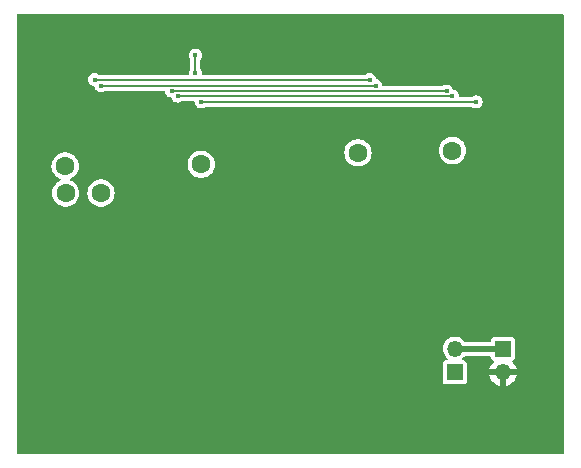
<source format=gbl>
G04 #@! TF.GenerationSoftware,KiCad,Pcbnew,8.0.3*
G04 #@! TF.CreationDate,2025-06-24T11:22:04+03:00*
G04 #@! TF.ProjectId,Camera_24-22_Pin,43616d65-7261-45f3-9234-2d32325f5069,rev?*
G04 #@! TF.SameCoordinates,Original*
G04 #@! TF.FileFunction,Copper,L2,Bot*
G04 #@! TF.FilePolarity,Positive*
%FSLAX46Y46*%
G04 Gerber Fmt 4.6, Leading zero omitted, Abs format (unit mm)*
G04 Created by KiCad (PCBNEW 8.0.3) date 2025-06-24 11:22:04*
%MOMM*%
%LPD*%
G01*
G04 APERTURE LIST*
G04 #@! TA.AperFunction,ComponentPad*
%ADD10C,1.600000*%
G04 #@! TD*
G04 #@! TA.AperFunction,ComponentPad*
%ADD11R,1.350000X1.350000*%
G04 #@! TD*
G04 #@! TA.AperFunction,ComponentPad*
%ADD12O,1.350000X1.350000*%
G04 #@! TD*
G04 #@! TA.AperFunction,ViaPad*
%ADD13C,0.400000*%
G04 #@! TD*
G04 #@! TA.AperFunction,ViaPad*
%ADD14C,0.500000*%
G04 #@! TD*
G04 #@! TA.AperFunction,Conductor*
%ADD15C,0.152400*%
G04 #@! TD*
G04 #@! TA.AperFunction,Conductor*
%ADD16C,0.508000*%
G04 #@! TD*
G04 APERTURE END LIST*
D10*
X175820000Y-86750000D03*
X151070000Y-90180000D03*
X154060000Y-90170000D03*
X183820000Y-86570000D03*
X151030000Y-87880000D03*
D11*
X188110000Y-103350000D03*
D12*
X188110000Y-105350000D03*
D10*
X162550000Y-87740000D03*
D11*
X184020000Y-105350000D03*
D12*
X184020000Y-103350000D03*
D13*
X177320000Y-81080000D03*
X154060000Y-81080000D03*
X160560000Y-81950000D03*
X183820000Y-81950000D03*
X183320000Y-81520000D03*
X160050000Y-81520000D03*
X153530000Y-80570000D03*
X176820000Y-80570000D03*
X162560000Y-82450000D03*
X185820000Y-82450000D03*
X162060000Y-79990000D03*
X162060000Y-78480000D03*
X182320000Y-84800000D03*
X171990000Y-106260000D03*
X173490000Y-106260000D03*
X167490000Y-102150000D03*
X159070000Y-85020000D03*
X176480000Y-106260000D03*
D14*
X174990000Y-102000000D03*
D13*
X156060000Y-85020000D03*
X170480000Y-106260000D03*
X168990000Y-106240000D03*
X180830000Y-84800000D03*
X154560000Y-85020000D03*
X177820000Y-84800000D03*
X186820000Y-84800000D03*
X153060000Y-85020000D03*
X163560000Y-84970000D03*
X179320000Y-84800000D03*
X157560000Y-85020000D03*
X176320000Y-84800000D03*
D15*
X177320000Y-81080000D02*
X154060000Y-81080000D01*
X160560000Y-81950000D02*
X183820000Y-81950000D01*
X183320000Y-81520000D02*
X160050000Y-81520000D01*
X176820000Y-80570000D02*
X153530000Y-80570000D01*
X185820000Y-82450000D02*
X165000000Y-82450000D01*
X165000000Y-82450000D02*
X162560000Y-82450000D01*
X162060000Y-78480000D02*
X162060000Y-79990000D01*
D16*
X184070000Y-103400000D02*
X188060000Y-103400000D01*
X184020000Y-103350000D02*
X184070000Y-103400000D01*
X188060000Y-103400000D02*
X188110000Y-103350000D01*
G04 #@! TA.AperFunction,Conductor*
G36*
X193218691Y-75029407D02*
G01*
X193254655Y-75078907D01*
X193259500Y-75109500D01*
X193259500Y-112150500D01*
X193240593Y-112208691D01*
X193191093Y-112244655D01*
X193160500Y-112249500D01*
X147039500Y-112249500D01*
X146981309Y-112230593D01*
X146945345Y-112181093D01*
X146940500Y-112150500D01*
X146940500Y-103349996D01*
X182989538Y-103349996D01*
X182989538Y-103350003D01*
X183009336Y-103551028D01*
X183009337Y-103551033D01*
X183067977Y-103744341D01*
X183067979Y-103744346D01*
X183163199Y-103922491D01*
X183274622Y-104058260D01*
X183291353Y-104078647D01*
X183291358Y-104078651D01*
X183377044Y-104148972D01*
X183410031Y-104200504D01*
X183406429Y-104261583D01*
X183367614Y-104308880D01*
X183315311Y-104324186D01*
X183315315Y-104324241D01*
X183315061Y-104324259D01*
X183314239Y-104324500D01*
X183311740Y-104324500D01*
X183277673Y-104329463D01*
X183243604Y-104334427D01*
X183138518Y-104385801D01*
X183055801Y-104468518D01*
X183004427Y-104573604D01*
X183004427Y-104573607D01*
X182994500Y-104641740D01*
X182994500Y-106058260D01*
X183001118Y-106103682D01*
X183004427Y-106126395D01*
X183055801Y-106231481D01*
X183055802Y-106231483D01*
X183138517Y-106314198D01*
X183192285Y-106340483D01*
X183243604Y-106365572D01*
X183243605Y-106365572D01*
X183243607Y-106365573D01*
X183311740Y-106375500D01*
X183311743Y-106375500D01*
X184728257Y-106375500D01*
X184728260Y-106375500D01*
X184796393Y-106365573D01*
X184901483Y-106314198D01*
X184984198Y-106231483D01*
X185035573Y-106126393D01*
X185045500Y-106058260D01*
X185045500Y-104641740D01*
X185035573Y-104573607D01*
X184984198Y-104468517D01*
X184901483Y-104385802D01*
X184860104Y-104365573D01*
X184796395Y-104334427D01*
X184769139Y-104330456D01*
X184728260Y-104324500D01*
X184728257Y-104324500D01*
X184725761Y-104324500D01*
X184725043Y-104324267D01*
X184724685Y-104324241D01*
X184724691Y-104324152D01*
X184667570Y-104305593D01*
X184631606Y-104256093D01*
X184631606Y-104194907D01*
X184662956Y-104148972D01*
X184690468Y-104126393D01*
X184748647Y-104078647D01*
X184765378Y-104058260D01*
X184779794Y-104040695D01*
X184831325Y-104007708D01*
X184856322Y-104004500D01*
X186991046Y-104004500D01*
X187049237Y-104023407D01*
X187085201Y-104072907D01*
X187089012Y-104089226D01*
X187094427Y-104126395D01*
X187127921Y-104194907D01*
X187145802Y-104231483D01*
X187228517Y-104314198D01*
X187275747Y-104337287D01*
X187319721Y-104379831D01*
X187330290Y-104440096D01*
X187303417Y-104495065D01*
X187298962Y-104499390D01*
X187237947Y-104555012D01*
X187106716Y-104728790D01*
X187106711Y-104728799D01*
X187009652Y-104923720D01*
X186959496Y-105100000D01*
X187794314Y-105100000D01*
X187789920Y-105104394D01*
X187737259Y-105195606D01*
X187710000Y-105297339D01*
X187710000Y-105402661D01*
X187737259Y-105504394D01*
X187789920Y-105595606D01*
X187794314Y-105600000D01*
X186959496Y-105600000D01*
X187009652Y-105776279D01*
X187106711Y-105971200D01*
X187106716Y-105971209D01*
X187237947Y-106144987D01*
X187398870Y-106291686D01*
X187398873Y-106291688D01*
X187584008Y-106406319D01*
X187584013Y-106406322D01*
X187787070Y-106484987D01*
X187859999Y-106498620D01*
X187860000Y-106498620D01*
X187860000Y-105665686D01*
X187864394Y-105670080D01*
X187955606Y-105722741D01*
X188057339Y-105750000D01*
X188162661Y-105750000D01*
X188264394Y-105722741D01*
X188355606Y-105670080D01*
X188360000Y-105665686D01*
X188360000Y-106498620D01*
X188432929Y-106484987D01*
X188635986Y-106406322D01*
X188635991Y-106406319D01*
X188821126Y-106291688D01*
X188821129Y-106291686D01*
X188982052Y-106144987D01*
X189113283Y-105971209D01*
X189113288Y-105971200D01*
X189210347Y-105776279D01*
X189260504Y-105600000D01*
X188425686Y-105600000D01*
X188430080Y-105595606D01*
X188482741Y-105504394D01*
X188510000Y-105402661D01*
X188510000Y-105297339D01*
X188482741Y-105195606D01*
X188430080Y-105104394D01*
X188425686Y-105100000D01*
X189260504Y-105100000D01*
X189210347Y-104923720D01*
X189113288Y-104728799D01*
X189113283Y-104728790D01*
X188982052Y-104555012D01*
X188921037Y-104499390D01*
X188890771Y-104446215D01*
X188897542Y-104385405D01*
X188938762Y-104340188D01*
X188944253Y-104337287D01*
X188991483Y-104314198D01*
X189074198Y-104231483D01*
X189125573Y-104126393D01*
X189135500Y-104058260D01*
X189135500Y-102641740D01*
X189125573Y-102573607D01*
X189074198Y-102468517D01*
X188991483Y-102385802D01*
X188991481Y-102385801D01*
X188886395Y-102334427D01*
X188859139Y-102330456D01*
X188818260Y-102324500D01*
X187401740Y-102324500D01*
X187367673Y-102329463D01*
X187333604Y-102334427D01*
X187228518Y-102385801D01*
X187145801Y-102468518D01*
X187094427Y-102573604D01*
X187094427Y-102573607D01*
X187087471Y-102621353D01*
X187084500Y-102641743D01*
X187084500Y-102696500D01*
X187065593Y-102754691D01*
X187016093Y-102790655D01*
X186985500Y-102795500D01*
X184938389Y-102795500D01*
X184880198Y-102776593D01*
X184861861Y-102759305D01*
X184748651Y-102621358D01*
X184748647Y-102621353D01*
X184690468Y-102573607D01*
X184592491Y-102493199D01*
X184414346Y-102397979D01*
X184414341Y-102397977D01*
X184221033Y-102339337D01*
X184221028Y-102339336D01*
X184020003Y-102319538D01*
X184019997Y-102319538D01*
X183818971Y-102339336D01*
X183818966Y-102339337D01*
X183625658Y-102397977D01*
X183625653Y-102397979D01*
X183447508Y-102493199D01*
X183291358Y-102621348D01*
X183291348Y-102621358D01*
X183163199Y-102777508D01*
X183067979Y-102955653D01*
X183067977Y-102955658D01*
X183009337Y-103148966D01*
X183009336Y-103148971D01*
X182989538Y-103349996D01*
X146940500Y-103349996D01*
X146940500Y-87880000D01*
X149874571Y-87880000D01*
X149894244Y-88092310D01*
X149952595Y-88297389D01*
X150047634Y-88488255D01*
X150176128Y-88658407D01*
X150246734Y-88722773D01*
X150333692Y-88802047D01*
X150333699Y-88802053D01*
X150413270Y-88851321D01*
X150514981Y-88914298D01*
X150595351Y-88945433D01*
X150642782Y-88984083D01*
X150658436Y-89043232D01*
X150636334Y-89100286D01*
X150595353Y-89130061D01*
X150554983Y-89145701D01*
X150554975Y-89145705D01*
X150373699Y-89257946D01*
X150373692Y-89257952D01*
X150216135Y-89401586D01*
X150216131Y-89401589D01*
X150216128Y-89401593D01*
X150216125Y-89401597D01*
X150087635Y-89571743D01*
X150087630Y-89571752D01*
X149992596Y-89762608D01*
X149934244Y-89967688D01*
X149934244Y-89967690D01*
X149914571Y-90180000D01*
X149934244Y-90392310D01*
X149992595Y-90597389D01*
X150087634Y-90788255D01*
X150216128Y-90958407D01*
X150216135Y-90958413D01*
X150373692Y-91102047D01*
X150373699Y-91102053D01*
X150477389Y-91166255D01*
X150554981Y-91214298D01*
X150753802Y-91291321D01*
X150963390Y-91330500D01*
X151176610Y-91330500D01*
X151386198Y-91291321D01*
X151585019Y-91214298D01*
X151766302Y-91102052D01*
X151923872Y-90958407D01*
X152052366Y-90788255D01*
X152147405Y-90597389D01*
X152205756Y-90392310D01*
X152225429Y-90180000D01*
X152224502Y-90170000D01*
X152904571Y-90170000D01*
X152924244Y-90382311D01*
X152947449Y-90463867D01*
X152982595Y-90587389D01*
X153077634Y-90778255D01*
X153206128Y-90948407D01*
X153217104Y-90958413D01*
X153363692Y-91092047D01*
X153363699Y-91092053D01*
X153379850Y-91102053D01*
X153544981Y-91204298D01*
X153743802Y-91281321D01*
X153953390Y-91320500D01*
X154166610Y-91320500D01*
X154376198Y-91281321D01*
X154575019Y-91204298D01*
X154756302Y-91092052D01*
X154913872Y-90948407D01*
X155042366Y-90778255D01*
X155137405Y-90587389D01*
X155195756Y-90382310D01*
X155215429Y-90170000D01*
X155195756Y-89957690D01*
X155137405Y-89752611D01*
X155042366Y-89561745D01*
X154913872Y-89391593D01*
X154767276Y-89257952D01*
X154756307Y-89247952D01*
X154756300Y-89247946D01*
X154575024Y-89135705D01*
X154575019Y-89135702D01*
X154376195Y-89058678D01*
X154166610Y-89019500D01*
X153953390Y-89019500D01*
X153743804Y-89058678D01*
X153544980Y-89135702D01*
X153544975Y-89135705D01*
X153363699Y-89247946D01*
X153363692Y-89247952D01*
X153206135Y-89391586D01*
X153206131Y-89391589D01*
X153206128Y-89391593D01*
X153206125Y-89391597D01*
X153077635Y-89561743D01*
X153077630Y-89561752D01*
X152982596Y-89752608D01*
X152924244Y-89957688D01*
X152904571Y-90170000D01*
X152224502Y-90170000D01*
X152205756Y-89967690D01*
X152147405Y-89762611D01*
X152052366Y-89571745D01*
X151923872Y-89401593D01*
X151869623Y-89352139D01*
X151766307Y-89257952D01*
X151766300Y-89257946D01*
X151585024Y-89145705D01*
X151585019Y-89145702D01*
X151585016Y-89145701D01*
X151504646Y-89114565D01*
X151457217Y-89075916D01*
X151441563Y-89016767D01*
X151463666Y-88959713D01*
X151504648Y-88929937D01*
X151545019Y-88914298D01*
X151726302Y-88802052D01*
X151883872Y-88658407D01*
X152012366Y-88488255D01*
X152107405Y-88297389D01*
X152165756Y-88092310D01*
X152185429Y-87880000D01*
X152172456Y-87740000D01*
X161394571Y-87740000D01*
X161414244Y-87952310D01*
X161472595Y-88157389D01*
X161567634Y-88348255D01*
X161696128Y-88518407D01*
X161696135Y-88518413D01*
X161853692Y-88662047D01*
X161853699Y-88662053D01*
X161957389Y-88726255D01*
X162034981Y-88774298D01*
X162233802Y-88851321D01*
X162443390Y-88890500D01*
X162656610Y-88890500D01*
X162866198Y-88851321D01*
X163065019Y-88774298D01*
X163246302Y-88662052D01*
X163403872Y-88518407D01*
X163532366Y-88348255D01*
X163627405Y-88157389D01*
X163685756Y-87952310D01*
X163705429Y-87740000D01*
X163685756Y-87527690D01*
X163627405Y-87322611D01*
X163532366Y-87131745D01*
X163403872Y-86961593D01*
X163276750Y-86845705D01*
X163246307Y-86817952D01*
X163246300Y-86817946D01*
X163136563Y-86750000D01*
X174664571Y-86750000D01*
X174684177Y-86961593D01*
X174684244Y-86962310D01*
X174742595Y-87167389D01*
X174837634Y-87358255D01*
X174966128Y-87528407D01*
X174966135Y-87528413D01*
X175123692Y-87672047D01*
X175123699Y-87672053D01*
X175201944Y-87720500D01*
X175304981Y-87784298D01*
X175503802Y-87861321D01*
X175713390Y-87900500D01*
X175926610Y-87900500D01*
X176136198Y-87861321D01*
X176335019Y-87784298D01*
X176516302Y-87672052D01*
X176673872Y-87528407D01*
X176802366Y-87358255D01*
X176897405Y-87167389D01*
X176955756Y-86962310D01*
X176975429Y-86750000D01*
X176958750Y-86570000D01*
X182664571Y-86570000D01*
X182679350Y-86729500D01*
X182684244Y-86782310D01*
X182742595Y-86987389D01*
X182837634Y-87178255D01*
X182966128Y-87348407D01*
X182966135Y-87348413D01*
X183123692Y-87492047D01*
X183123699Y-87492053D01*
X183181252Y-87527688D01*
X183304981Y-87604298D01*
X183503802Y-87681321D01*
X183713390Y-87720500D01*
X183926610Y-87720500D01*
X184136198Y-87681321D01*
X184335019Y-87604298D01*
X184516302Y-87492052D01*
X184673872Y-87348407D01*
X184802366Y-87178255D01*
X184897405Y-86987389D01*
X184955756Y-86782310D01*
X184975429Y-86570000D01*
X184955756Y-86357690D01*
X184897405Y-86152611D01*
X184802366Y-85961745D01*
X184673872Y-85791593D01*
X184619623Y-85742139D01*
X184516307Y-85647952D01*
X184516300Y-85647946D01*
X184335024Y-85535705D01*
X184335019Y-85535702D01*
X184136195Y-85458678D01*
X183926610Y-85419500D01*
X183713390Y-85419500D01*
X183503804Y-85458678D01*
X183304980Y-85535702D01*
X183304975Y-85535705D01*
X183123699Y-85647946D01*
X183123692Y-85647952D01*
X182966135Y-85791586D01*
X182966131Y-85791589D01*
X182966128Y-85791593D01*
X182966125Y-85791597D01*
X182837635Y-85961743D01*
X182837630Y-85961752D01*
X182742596Y-86152608D01*
X182684244Y-86357688D01*
X182664571Y-86570000D01*
X176958750Y-86570000D01*
X176955756Y-86537690D01*
X176897405Y-86332611D01*
X176802366Y-86141745D01*
X176673872Y-85971593D01*
X176619623Y-85922139D01*
X176516307Y-85827952D01*
X176516300Y-85827946D01*
X176335024Y-85715705D01*
X176335019Y-85715702D01*
X176136198Y-85638679D01*
X176136197Y-85638678D01*
X176136195Y-85638678D01*
X175926610Y-85599500D01*
X175713390Y-85599500D01*
X175503804Y-85638678D01*
X175304980Y-85715702D01*
X175304975Y-85715705D01*
X175123699Y-85827946D01*
X175123692Y-85827952D01*
X174966135Y-85971586D01*
X174966131Y-85971589D01*
X174966128Y-85971593D01*
X174966125Y-85971597D01*
X174837635Y-86141743D01*
X174837630Y-86141752D01*
X174742596Y-86332608D01*
X174684244Y-86537688D01*
X174664571Y-86750000D01*
X163136563Y-86750000D01*
X163065024Y-86705705D01*
X163065019Y-86705702D01*
X162866195Y-86628678D01*
X162656610Y-86589500D01*
X162443390Y-86589500D01*
X162233804Y-86628678D01*
X162034980Y-86705702D01*
X162034975Y-86705705D01*
X161853699Y-86817946D01*
X161853692Y-86817952D01*
X161696135Y-86961586D01*
X161696131Y-86961589D01*
X161696128Y-86961593D01*
X161696125Y-86961597D01*
X161567635Y-87131743D01*
X161567630Y-87131752D01*
X161472596Y-87322608D01*
X161414244Y-87527688D01*
X161401271Y-87667690D01*
X161394571Y-87740000D01*
X152172456Y-87740000D01*
X152165756Y-87667690D01*
X152107405Y-87462611D01*
X152012366Y-87271745D01*
X151883872Y-87101593D01*
X151829623Y-87052139D01*
X151726307Y-86957952D01*
X151726300Y-86957946D01*
X151545024Y-86845705D01*
X151545019Y-86845702D01*
X151473372Y-86817946D01*
X151346198Y-86768679D01*
X151346197Y-86768678D01*
X151346195Y-86768678D01*
X151136610Y-86729500D01*
X150923390Y-86729500D01*
X150713804Y-86768678D01*
X150514980Y-86845702D01*
X150514975Y-86845705D01*
X150333699Y-86957946D01*
X150333692Y-86957952D01*
X150176135Y-87101586D01*
X150176131Y-87101589D01*
X150176128Y-87101593D01*
X150176125Y-87101597D01*
X150047635Y-87271743D01*
X150047630Y-87271752D01*
X149952596Y-87462608D01*
X149894244Y-87667688D01*
X149887544Y-87740000D01*
X149874571Y-87880000D01*
X146940500Y-87880000D01*
X146940500Y-80569999D01*
X152974750Y-80569999D01*
X152974750Y-80570000D01*
X152993669Y-80713708D01*
X152993670Y-80713709D01*
X153030395Y-80802374D01*
X153049139Y-80847625D01*
X153137379Y-80962621D01*
X153252375Y-81050861D01*
X153386291Y-81106330D01*
X153435052Y-81112749D01*
X153490276Y-81139090D01*
X153519471Y-81192860D01*
X153520282Y-81197978D01*
X153523670Y-81223709D01*
X153579139Y-81357625D01*
X153667379Y-81472621D01*
X153782375Y-81560861D01*
X153916291Y-81616330D01*
X154060000Y-81635250D01*
X154203709Y-81616330D01*
X154337625Y-81560861D01*
X154381548Y-81527158D01*
X154439224Y-81506734D01*
X154441815Y-81506700D01*
X159406179Y-81506700D01*
X159464370Y-81525607D01*
X159500334Y-81575107D01*
X159504331Y-81592773D01*
X159509923Y-81635250D01*
X159513670Y-81663708D01*
X159513670Y-81663709D01*
X159517259Y-81672375D01*
X159569139Y-81797625D01*
X159657379Y-81912621D01*
X159772375Y-82000861D01*
X159906291Y-82056330D01*
X159957395Y-82063057D01*
X160012619Y-82089397D01*
X160035937Y-82123325D01*
X160056253Y-82172374D01*
X160079139Y-82227625D01*
X160167379Y-82342621D01*
X160282375Y-82430861D01*
X160416291Y-82486330D01*
X160560000Y-82505250D01*
X160703709Y-82486330D01*
X160837625Y-82430861D01*
X160881548Y-82397158D01*
X160939224Y-82376734D01*
X160941815Y-82376700D01*
X161908279Y-82376700D01*
X161966470Y-82395607D01*
X162002434Y-82445107D01*
X162006432Y-82462777D01*
X162023670Y-82593709D01*
X162079139Y-82727625D01*
X162167379Y-82842621D01*
X162282375Y-82930861D01*
X162416291Y-82986330D01*
X162560000Y-83005250D01*
X162703709Y-82986330D01*
X162837625Y-82930861D01*
X162881548Y-82897158D01*
X162939224Y-82876734D01*
X162941815Y-82876700D01*
X164943824Y-82876700D01*
X185438185Y-82876700D01*
X185496376Y-82895607D01*
X185498452Y-82897158D01*
X185542375Y-82930861D01*
X185676291Y-82986330D01*
X185820000Y-83005250D01*
X185963709Y-82986330D01*
X186097625Y-82930861D01*
X186212621Y-82842621D01*
X186300861Y-82727625D01*
X186356330Y-82593709D01*
X186375250Y-82450000D01*
X186372730Y-82430862D01*
X186356330Y-82306291D01*
X186300861Y-82172375D01*
X186212621Y-82057379D01*
X186097625Y-81969139D01*
X186097621Y-81969137D01*
X185963709Y-81913670D01*
X185963708Y-81913669D01*
X185820000Y-81894750D01*
X185676291Y-81913669D01*
X185676290Y-81913670D01*
X185542378Y-81969137D01*
X185542373Y-81969140D01*
X185498452Y-82002842D01*
X185440776Y-82023266D01*
X185438185Y-82023300D01*
X184471721Y-82023300D01*
X184413530Y-82004393D01*
X184377566Y-81954893D01*
X184373568Y-81937223D01*
X184367976Y-81894750D01*
X184356330Y-81806291D01*
X184300861Y-81672375D01*
X184212621Y-81557379D01*
X184097625Y-81469139D01*
X184097621Y-81469137D01*
X183963709Y-81413670D01*
X183963710Y-81413670D01*
X183923178Y-81408333D01*
X183867954Y-81381990D01*
X183844639Y-81348065D01*
X183800862Y-81242378D01*
X183800861Y-81242375D01*
X183712621Y-81127379D01*
X183597625Y-81039139D01*
X183597621Y-81039137D01*
X183463709Y-80983670D01*
X183463708Y-80983669D01*
X183320000Y-80964750D01*
X183176291Y-80983669D01*
X183176290Y-80983670D01*
X183042378Y-81039137D01*
X183042373Y-81039140D01*
X182998452Y-81072842D01*
X182940776Y-81093266D01*
X182938185Y-81093300D01*
X177963821Y-81093300D01*
X177905630Y-81074393D01*
X177869666Y-81024893D01*
X177865668Y-81007222D01*
X177856330Y-80936291D01*
X177800861Y-80802375D01*
X177712621Y-80687379D01*
X177597625Y-80599139D01*
X177597621Y-80599137D01*
X177463709Y-80543670D01*
X177445474Y-80541269D01*
X177390250Y-80514926D01*
X177361056Y-80461154D01*
X177360246Y-80456038D01*
X177356330Y-80426291D01*
X177300861Y-80292375D01*
X177212621Y-80177379D01*
X177097625Y-80089139D01*
X177097621Y-80089137D01*
X176963709Y-80033670D01*
X176963708Y-80033669D01*
X176820000Y-80014750D01*
X176676291Y-80033669D01*
X176676290Y-80033670D01*
X176542378Y-80089137D01*
X176542373Y-80089140D01*
X176498452Y-80122842D01*
X176440776Y-80143266D01*
X176438185Y-80143300D01*
X162707955Y-80143300D01*
X162649764Y-80124393D01*
X162613800Y-80074893D01*
X162609802Y-80031379D01*
X162615250Y-79990000D01*
X162596330Y-79846291D01*
X162540861Y-79712375D01*
X162507158Y-79668452D01*
X162486734Y-79610776D01*
X162486700Y-79608185D01*
X162486700Y-78861814D01*
X162505607Y-78803623D01*
X162507159Y-78801546D01*
X162540857Y-78757630D01*
X162540856Y-78757630D01*
X162540861Y-78757625D01*
X162596330Y-78623709D01*
X162615250Y-78480000D01*
X162596330Y-78336291D01*
X162540861Y-78202375D01*
X162452621Y-78087379D01*
X162337625Y-77999139D01*
X162337621Y-77999137D01*
X162203709Y-77943670D01*
X162203708Y-77943669D01*
X162060000Y-77924750D01*
X161916291Y-77943669D01*
X161916290Y-77943670D01*
X161782378Y-77999137D01*
X161782374Y-77999139D01*
X161667381Y-78087377D01*
X161667377Y-78087381D01*
X161579139Y-78202374D01*
X161579137Y-78202378D01*
X161523670Y-78336290D01*
X161523669Y-78336291D01*
X161504750Y-78479999D01*
X161504750Y-78480000D01*
X161523669Y-78623708D01*
X161523670Y-78623709D01*
X161579137Y-78757621D01*
X161579142Y-78757630D01*
X161612841Y-78801546D01*
X161633266Y-78859221D01*
X161633300Y-78861814D01*
X161633300Y-79608185D01*
X161614393Y-79666376D01*
X161612842Y-79668452D01*
X161579140Y-79712373D01*
X161579137Y-79712378D01*
X161523670Y-79846290D01*
X161523669Y-79846291D01*
X161504750Y-79989999D01*
X161504750Y-79990000D01*
X161510197Y-80031378D01*
X161499048Y-80091538D01*
X161454667Y-80133655D01*
X161412045Y-80143300D01*
X153911815Y-80143300D01*
X153853624Y-80124393D01*
X153851548Y-80122842D01*
X153807626Y-80089140D01*
X153807627Y-80089140D01*
X153807625Y-80089139D01*
X153807622Y-80089138D01*
X153807621Y-80089137D01*
X153673709Y-80033670D01*
X153673708Y-80033669D01*
X153530000Y-80014750D01*
X153386291Y-80033669D01*
X153386290Y-80033670D01*
X153252378Y-80089137D01*
X153252374Y-80089139D01*
X153137381Y-80177377D01*
X153137377Y-80177381D01*
X153049139Y-80292374D01*
X153049137Y-80292378D01*
X152993670Y-80426290D01*
X152993669Y-80426291D01*
X152974750Y-80569999D01*
X146940500Y-80569999D01*
X146940500Y-75109500D01*
X146959407Y-75051309D01*
X147008907Y-75015345D01*
X147039500Y-75010500D01*
X193160500Y-75010500D01*
X193218691Y-75029407D01*
G37*
G04 #@! TD.AperFunction*
M02*

</source>
